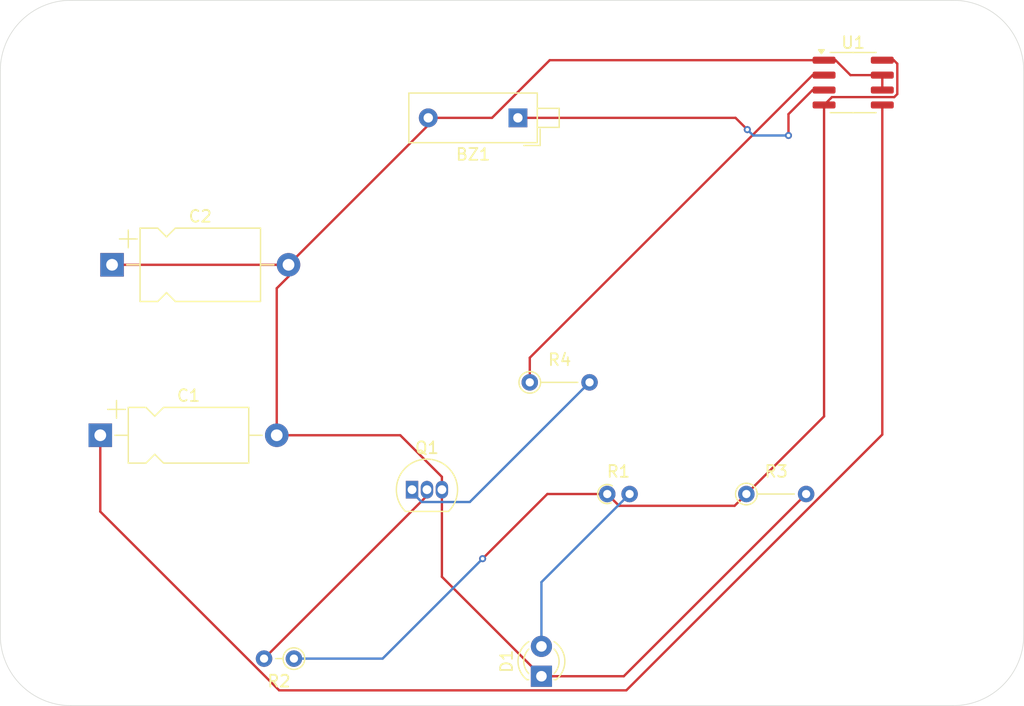
<source format=kicad_pcb>
(kicad_pcb (version 20240108) (generator "pcbnew") (generator_version "8.0")
  (layers (0 "F.Cu" signal) (31 "B.Cu" signal) (34 "B.Paste" user) (35 "F.Paste" user) (36 "B.SilkS" user "B.Silkscreen") (37 "F.SilkS" user "F.Silkscreen") (38 "B.Mask" user) (39 "F.Mask" user) (44 "Edge.Cuts" user))
  (net 0 "")
  (net 1 "Net-(BZ1-+)")
  (net 2 "GND")
  (net 3 "Net-(U1-CV)")
  (net 4 "Net-(D1-A)")
  (net 5 "Net-(Q1-B)")
  (net 6 "Net-(Q1-C)")
  (net 7 "VCC")
  (net 8 "Net-(U1-TR)")
  (footprint "Button_Switch_THT:SW_DIP_SPSTx01_Piano_10.8x4.1mm_W7.62mm_P2.54mm" (layer "F.Cu") (at 137 47 180)
    (property "Reference" "BZ1" (at 3.81 -3.11 360) (layer "F.SilkS"))
    (property "Value" "200Hz")
    (fp_line (start 9.27 -2.11) (end 9.27 2.11) (stroke (width 0.12)) (layer "F.SilkS"))
    (fp_line (start -1.65 2.11) (end 9.27 2.11) (stroke (width 0.12)) (layer "F.SilkS"))
    (fp_line (start -1.65 -0.81) (end -1.65 0.81) (stroke (width 0.12)) (layer "F.SilkS"))
    (fp_line (start -1.65 -2.11) (end 9.27 -2.11) (stroke (width 0.12)) (layer "F.SilkS"))
    (fp_line (start -1.65 -2.11) (end -1.65 2.11) (stroke (width 0.12)) (layer "F.SilkS"))
    (fp_line (start -1.89 -2.35) (end -0.507 -2.35) (stroke (width 0.12)) (layer "F.SilkS"))
    (fp_line (start -1.89 -2.35) (end -1.89 -0.967) (stroke (width 0.12)) (layer "F.SilkS"))
    (fp_line (start -3.51 0.81) (end -1.65 0.81) (stroke (width 0.12)) (layer "F.SilkS"))
    (fp_line (start -3.51 -0.81) (end -1.65 -0.81) (stroke (width 0.12)) (layer "F.SilkS"))
    (fp_line (start -3.51 -0.81) (end -3.51 0.81) (stroke (width 0.12)) (layer "F.SilkS"))
    (pad "1" thru_hole rect (at 0 0 180) (size 1.6 1.6) (drill 0.8) (layers "*.Cu" "*.Mask") (net 1 "Net-(BZ1-+)"))
    (pad "2" thru_hole oval (at 7.62 0 180) (size 1.6 1.6) (drill 0.8) (layers "*.Cu" "*.Mask") (net 2 "GND"))
  )
  (footprint "Package_TO_SOT_THT:TO-92_Inline" (layer "F.Cu") (at 128 78.63)
    (property "Reference" "Q1" (at 1.27 -3.56 0) (layer "F.SilkS"))
    (property "Value" "BC547")
    (fp_line (start -0.53 1.85) (end 3.07 1.85) (stroke (width 0.12)) (layer "F.SilkS"))
    (fp_arc (start -0.568478 1.838478) (mid -1.132087 -0.994977) (end 1.27 -2.6) (stroke (width 0.12)) (layer "F.SilkS"))
    (fp_arc (start 1.27 -2.6) (mid 3.672087 -0.994977) (end 3.108478 1.838478) (stroke (width 0.12)) (layer "F.SilkS"))
    (pad "1" thru_hole rect (at 0 0) (size 1.05 1.5) (drill 0.75) (layers "*.Cu" "*.Mask") (net 6 "Net-(Q1-C)"))
    (pad "2" thru_hole oval (at 1.27 0) (size 1.05 1.5) (drill 0.75) (layers "*.Cu" "*.Mask") (net 5 "Net-(Q1-B)"))
    (pad "3" thru_hole oval (at 2.54 0) (size 1.05 1.5) (drill 0.75) (layers "*.Cu" "*.Mask") (net 2 "GND"))
  )
  (footprint "Capacitor_THT:CP_Axial_L10.0mm_D4.5mm_P15.00mm_Horizontal" (layer "F.Cu") (at 101.5 74)
    (property "Reference" "C1" (at 7.5 -3.37 0) (layer "F.SilkS"))
    (property "Value" "0.01uF")
    (fp_line (start 0.63 -2.2) (end 2.13 -2.2) (stroke (width 0.12)) (layer "F.SilkS"))
    (fp_line (start 1.24 0) (end 2.38 0) (stroke (width 0.12)) (layer "F.SilkS"))
    (fp_line (start 1.38 -2.95) (end 1.38 -1.45) (stroke (width 0.12)) (layer "F.SilkS"))
    (fp_line (start 2.38 -2.37) (end 2.38 2.37) (stroke (width 0.12)) (layer "F.SilkS"))
    (fp_line (start 2.38 -2.37) (end 3.88 -2.37) (stroke (width 0.12)) (layer "F.SilkS"))
    (fp_line (start 2.38 2.37) (end 3.88 2.37) (stroke (width 0.12)) (layer "F.SilkS"))
    (fp_line (start 3.88 -2.37) (end 4.63 -1.62) (stroke (width 0.12)) (layer "F.SilkS"))
    (fp_line (start 3.88 2.37) (end 4.63 1.62) (stroke (width 0.12)) (layer "F.SilkS"))
    (fp_line (start 4.63 -1.62) (end 5.38 -2.37) (stroke (width 0.12)) (layer "F.SilkS"))
    (fp_line (start 4.63 1.62) (end 5.38 2.37) (stroke (width 0.12)) (layer "F.SilkS"))
    (fp_line (start 5.38 -2.37) (end 12.62 -2.37) (stroke (width 0.12)) (layer "F.SilkS"))
    (fp_line (start 5.38 2.37) (end 12.62 2.37) (stroke (width 0.12)) (layer "F.SilkS"))
    (fp_line (start 12.62 -2.37) (end 12.62 2.37) (stroke (width 0.12)) (layer "F.SilkS"))
    (fp_line (start 13.76 0) (end 12.62 0) (stroke (width 0.12)) (layer "F.SilkS"))
    (pad "1" thru_hole rect (at 0 0) (size 2 2) (drill 1) (layers "*.Cu" "*.Mask") (net 3 "Net-(U1-CV)"))
    (pad "2" thru_hole oval (at 15 0) (size 2 2) (drill 1) (layers "*.Cu" "*.Mask") (net 2 "GND"))
  )
  (footprint "Resistor_THT:R_Axial_DIN0204_L3.6mm_D1.6mm_P5.08mm_Vertical" (layer "F.Cu") (at 138.01 69.5)
    (property "Reference" "R4" (at 2.54 -1.92 0) (layer "F.SilkS"))
    (property "Value" "10kOhms")
    (fp_line (start 0.92 0) (end 4.08 0) (stroke (width 0.12)) (layer "F.SilkS"))
    (fp_circle (center 0 0) (end 0.92 0) (stroke (width 0.12)) (fill none) (layer "F.SilkS"))
    (pad "1" thru_hole circle (at 0 0) (size 1.4 1.4) (drill 0.7) (layers "*.Cu" "*.Mask") (net 8 "Net-(U1-TR)"))
    (pad "2" thru_hole oval (at 5.08 0) (size 1.4 1.4) (drill 0.7) (layers "*.Cu" "*.Mask") (net 6 "Net-(Q1-C)"))
  )
  (footprint "Resistor_THT:R_Axial_DIN0204_L3.6mm_D1.6mm_P2.54mm_Vertical" (layer "F.Cu") (at 117.96 93 180)
    (property "Reference" "R2" (at 1.27 -1.92 360) (layer "F.SilkS"))
    (property "Value" "100kOhms")
    (fp_line (start 0.92 0) (end 1.54 0) (stroke (width 0.12)) (layer "F.SilkS"))
    (fp_circle (center 0 0) (end 0.92 0) (stroke (width 0.12)) (fill none) (layer "F.SilkS"))
    (pad "1" thru_hole circle (at 0 0 180) (size 1.4 1.4) (drill 0.7) (layers "*.Cu" "*.Mask") (net 7 "VCC"))
    (pad "2" thru_hole oval (at 2.54 0 180) (size 1.4 1.4) (drill 0.7) (layers "*.Cu" "*.Mask") (net 5 "Net-(Q1-B)"))
  )
  (footprint "Package_SO:SOIC-8_3.9x4.9mm_P1.27mm" (layer "F.Cu") (at 165.5 44)
    (property "Reference" "U1" (at 0 -3.4 0) (layer "F.SilkS"))
    (property "Value" "ICM7555xB")
    (fp_line (start 0 -2.56) (end -1.95 -2.56) (stroke (width 0.12)) (layer "F.SilkS"))
    (fp_line (start 0 -2.56) (end 1.95 -2.56) (stroke (width 0.12)) (layer "F.SilkS"))
    (fp_line (start 0 2.56) (end -1.95 2.56) (stroke (width 0.12)) (layer "F.SilkS"))
    (fp_line (start 0 2.56) (end 1.95 2.56) (stroke (width 0.12)) (layer "F.SilkS"))
    (fp_poly (pts (xy -2.7 -2.465) (xy -2.94 -2.795) (xy -2.46 -2.795) (xy -2.7 -2.465)) (stroke (width 0.12)) (fill solid) (layer "F.SilkS"))
    (pad "1" smd roundrect (at -2.475 -1.905) (size 1.95 0.6) (layers "F.Cu" "F.Paste" "F.Mask") (net 2 "GND"))
    (pad "2" smd roundrect (at -2.475 -0.635) (size 1.95 0.6) (layers "F.Cu" "F.Paste" "F.Mask") (net 8 "Net-(U1-TR)"))
    (pad "3" smd roundrect (at -2.475 0.635) (size 1.95 0.6) (layers "F.Cu" "F.Paste" "F.Mask") (net 1 "Net-(BZ1-+)"))
    (pad "4" smd roundrect (at -2.475 1.905) (size 1.95 0.6) (layers "F.Cu" "F.Paste" "F.Mask") (net 7 "VCC"))
    (pad "5" smd roundrect (at 2.475 1.905) (size 1.95 0.6) (layers "F.Cu" "F.Paste" "F.Mask") (net 3 "Net-(U1-CV)"))
    (pad "6" smd roundrect (at 2.475 0.635) (size 1.95 0.6) (layers "F.Cu" "F.Paste" "F.Mask") (net 2 "GND"))
    (pad "7" smd roundrect (at 2.475 -0.635) (size 1.95 0.6) (layers "F.Cu" "F.Paste" "F.Mask") (net 2 "GND"))
    (pad "8" smd roundrect (at 2.475 -1.905) (size 1.95 0.6) (layers "F.Cu" "F.Paste" "F.Mask") (net 7 "VCC"))
  )
  (footprint "LED_THT:LED_D3.0mm_IRBlack" (layer "F.Cu") (at 139 94.5 90)
    (property "Reference" "D1" (at 1.27 -2.96 90) (layer "F.SilkS"))
    (property "Value" "IR204A")
    (fp_line (start -0.29 -1.236) (end -0.29 -1.08) (stroke (width 0.12)) (layer "F.SilkS"))
    (fp_line (start -0.29 1.08) (end -0.29 1.236) (stroke (width 0.12)) (layer "F.SilkS"))
    (fp_arc (start -0.29 -1.235516) (mid 1.366487 -1.987659) (end 2.942335 -1.078608) (stroke (width 0.12)) (layer "F.SilkS"))
    (fp_arc (start 0.229039 -1.08) (mid 1.270117 -1.5) (end 2.31113 -1.079837) (stroke (width 0.12)) (layer "F.SilkS"))
    (fp_arc (start 2.942335 1.078608) (mid 1.366487 1.987659) (end -0.29 1.235516) (stroke (width 0.12)) (layer "F.SilkS"))
    (fp_arc (start 2.31113 1.079837) (mid 1.270117 1.5) (end 0.229039 1.08) (stroke (width 0.12)) (layer "F.SilkS"))
    (pad "1" thru_hole rect (at 0 0 90) (size 1.8 1.8) (drill 0.9) (layers "*.Cu" "*.Mask") (net 2 "GND"))
    (pad "2" thru_hole circle (at 2.54 0 90) (size 1.8 1.8) (drill 0.9) (layers "*.Cu" "*.Mask") (net 4 "Net-(D1-A)"))
  )
  (footprint "Capacitor_THT:CP_Axial_L10.0mm_D6.0mm_P15.00mm_Horizontal" (layer "F.Cu") (at 102.5 59.5)
    (property "Reference" "C2" (at 7.5 -4.12 0) (layer "F.SilkS"))
    (property "Value" "470uF")
    (fp_line (start 0.63 -2.2) (end 2.13 -2.2) (stroke (width 0.12)) (layer "F.SilkS"))
    (fp_line (start 1.24 0) (end 2.38 0) (stroke (width 0.12)) (layer "F.SilkS"))
    (fp_line (start 1.38 -2.95) (end 1.38 -1.45) (stroke (width 0.12)) (layer "F.SilkS"))
    (fp_line (start 2.38 -3.12) (end 2.38 3.12) (stroke (width 0.12)) (layer "F.SilkS"))
    (fp_line (start 2.38 -3.12) (end 3.88 -3.12) (stroke (width 0.12)) (layer "F.SilkS"))
    (fp_line (start 2.38 3.12) (end 3.88 3.12) (stroke (width 0.12)) (layer "F.SilkS"))
    (fp_line (start 3.88 -3.12) (end 4.63 -2.37) (stroke (width 0.12)) (layer "F.SilkS"))
    (fp_line (start 3.88 3.12) (end 4.63 2.37) (stroke (width 0.12)) (layer "F.SilkS"))
    (fp_line (start 4.63 -2.37) (end 5.38 -3.12) (stroke (width 0.12)) (layer "F.SilkS"))
    (fp_line (start 4.63 2.37) (end 5.38 3.12) (stroke (width 0.12)) (layer "F.SilkS"))
    (fp_line (start 5.38 -3.12) (end 12.62 -3.12) (stroke (width 0.12)) (layer "F.SilkS"))
    (fp_line (start 5.38 3.12) (end 12.62 3.12) (stroke (width 0.12)) (layer "F.SilkS"))
    (fp_line (start 12.62 -3.12) (end 12.62 3.12) (stroke (width 0.12)) (layer "F.SilkS"))
    (fp_line (start 13.76 0) (end 12.62 0) (stroke (width 0.12)) (layer "F.SilkS"))
    (pad "1" thru_hole rect (at 0 0) (size 2 2) (drill 1) (layers "*.Cu" "*.Mask") (net 2 "GND"))
    (pad "2" thru_hole oval (at 15 0) (size 2 2) (drill 1) (layers "*.Cu" "*.Mask") (net 2 "GND"))
  )
  (footprint "Resistor_THT:R_Axial_DIN0204_L3.6mm_D1.6mm_P5.08mm_Vertical" (layer "F.Cu") (at 156.42 79)
    (property "Reference" "R3" (at 2.54 -1.92 0) (layer "F.SilkS"))
    (property "Value" "10kOhms")
    (fp_line (start 0.92 0) (end 4.08 0) (stroke (width 0.12)) (layer "F.SilkS"))
    (fp_circle (center 0 0) (end 0.92 0) (stroke (width 0.12)) (fill none) (layer "F.SilkS"))
    (pad "1" thru_hole circle (at 0 0) (size 1.4 1.4) (drill 0.7) (layers "*.Cu" "*.Mask") (net 7 "VCC"))
    (pad "2" thru_hole oval (at 5.08 0) (size 1.4 1.4) (drill 0.7) (layers "*.Cu" "*.Mask") (net 2 "GND"))
  )
  (footprint "Resistor_THT:R_Axial_DIN0204_L3.6mm_D1.6mm_P1.90mm_Vertical" (layer "F.Cu") (at 144.595 79)
    (property "Reference" "R1" (at 0.95 -1.92 0) (layer "F.SilkS"))
    (property "Value" "470Ohms")
    (fp_arc (start 0.320095 0.749359) (mid -0.813042 -0.054435) (end 0.417133 -0.7) (stroke (width 0.12)) (layer "F.SilkS"))
    (pad "1" thru_hole circle (at 0 0) (size 1.4 1.4) (drill 0.7) (layers "*.Cu" "*.Mask") (net 7 "VCC"))
    (pad "2" thru_hole oval (at 1.9 0) (size 1.4 1.4) (drill 0.7) (layers "*.Cu" "*.Mask") (net 4 "Net-(D1-A)"))
  )
  (gr_line (start 99 37) (end 174 37) (stroke (width 0.05)) (layer "Edge.Cuts"))
  (gr_line (start 180 43) (end 180 91) (stroke (width 0.05)) (layer "Edge.Cuts"))
  (gr_arc (start 93 43) (mid 94.757359 38.757359) (end 99 37) (stroke (width 0.05)) (layer "Edge.Cuts"))
  (gr_line (start 174 97) (end 99 97) (stroke (width 0.05)) (layer "Edge.Cuts"))
  (gr_line (start 93 91) (end 93 43) (stroke (width 0.05)) (layer "Edge.Cuts"))
  (gr_arc (start 174 37) (mid 178.242641 38.757359) (end 180 43) (stroke (width 0.05)) (layer "Edge.Cuts"))
  (gr_arc (start 99 97) (mid 94.757359 95.242641) (end 93 91) (stroke (width 0.05)) (layer "Edge.Cuts"))
  (gr_arc (start 180 91) (mid 178.242641 95.242641) (end 174 97) (stroke (width 0.05)) (layer "Edge.Cuts"))
  (segment (start 156.5 48) (end 155.5 47) (width 0.2) (layer "F.Cu") (net 1))
  (segment (start 163.025 44.635) (end 162.050001 44.635) (width 0.2) (layer "F.Cu") (net 1))
  (segment (start 162.050001 44.635) (end 160 46.685001) (width 0.2) (layer "F.Cu") (net 1))
  (segment (start 160 46.685001) (end 160 48.5) (width 0.2) (layer "F.Cu") (net 1))
  (segment (start 155.5 47) (end 137 47) (width 0.2) (layer "F.Cu") (net 1))
  (via (at 160 48.5) (size 0.6) (drill 0.3) (layers "F.Cu" "B.Cu") (net 1))
  (via (at 156.5 48) (size 0.6) (drill 0.3) (layers "F.Cu" "B.Cu") (net 1))
  (segment (start 157 48.5) (end 156.5 48) (width 0.2) (layer "B.Cu") (net 1))
  (segment (start 160 48.5) (end 157 48.5) (width 0.2) (layer "B.Cu") (net 1))
  (segment (start 139 94.5) (end 146 94.5) (width 0.2) (layer "F.Cu") (net 2))
  (segment (start 117.5 60.5) (end 116.5 61.5) (width 0.2) (layer "F.Cu") (net 2))
  (segment (start 139.705 42.095) (end 134.8 47) (width 0.2) (layer "F.Cu") (net 2))
  (segment (start 134.8 47) (end 129.38 47) (width 0.2) (layer "F.Cu") (net 2))
  (segment (start 163.999999 42.095) (end 165.269999 43.365) (width 0.2) (layer "F.Cu") (net 2))
  (segment (start 130.54 77.54) (end 130.54 78.63) (width 0.2) (layer "F.Cu") (net 2))
  (segment (start 163.025 42.095) (end 163.999999 42.095) (width 0.2) (layer "F.Cu") (net 2))
  (segment (start 167.975 43.365) (end 167.975 44.635) (width 0.2) (layer "F.Cu") (net 2))
  (segment (start 163.025 42.095) (end 139.705 42.095) (width 0.2) (layer "F.Cu") (net 2))
  (segment (start 129.38 47.62) (end 129.38 47) (width 0.2) (layer "F.Cu") (net 2))
  (segment (start 117.5 59.5) (end 117.5 60.5) (width 0.2) (layer "F.Cu") (net 2))
  (segment (start 116.5 61.5) (end 116.5 74) (width 0.2) (layer "F.Cu") (net 2))
  (segment (start 130.54 78.63) (end 130.54 86.04) (width 0.2) (layer "F.Cu") (net 2))
  (segment (start 165.269999 43.365) (end 167.975 43.365) (width 0.2) (layer "F.Cu") (net 2))
  (segment (start 127 74) (end 130.54 77.54) (width 0.2) (layer "F.Cu") (net 2))
  (segment (start 102.5 59.5) (end 117.5 59.5) (width 0.2) (layer "F.Cu") (net 2))
  (segment (start 146 94.5) (end 161.5 79) (width 0.2) (layer "F.Cu") (net 2))
  (segment (start 117.5 59.5) (end 129.38 47.62) (width 0.2) (layer "F.Cu") (net 2))
  (segment (start 130.54 86.04) (end 139 94.5) (width 0.2) (layer "F.Cu") (net 2))
  (segment (start 116.5 74) (end 127 74) (width 0.2) (layer "F.Cu") (net 2))
  (segment (start 146.214214 95.7) (end 116.705786 95.7) (width 0.2) (layer "F.Cu") (net 3))
  (segment (start 101.5 80.494214) (end 101.5 74) (width 0.2) (layer "F.Cu") (net 3))
  (segment (start 167.975 73.939214) (end 146.214214 95.7) (width 0.2) (layer "F.Cu") (net 3))
  (segment (start 116.705786 95.7) (end 101.5 80.494214) (width 0.2) (layer "F.Cu") (net 3))
  (segment (start 167.975 45.905) (end 167.975 73.939214) (width 0.2) (layer "F.Cu") (net 3))
  (segment (start 139 91.96) (end 139 86.495) (width 0.2) (layer "B.Cu") (net 4))
  (segment (start 139 86.495) (end 146.495 79) (width 0.2) (layer "B.Cu") (net 4))
  (segment (start 115.42 93) (end 129.27 79.15) (width 0.2) (layer "F.Cu") (net 5))
  (segment (start 129.27 79.15) (end 129.27 78.63) (width 0.2) (layer "F.Cu") (net 5))
  (segment (start 132.91 79.68) (end 128.825 79.68) (width 0.2) (layer "B.Cu") (net 6))
  (segment (start 143.09 69.5) (end 132.91 79.68) (width 0.2) (layer "B.Cu") (net 6))
  (segment (start 128.825 79.68) (end 128 78.855) (width 0.2) (layer "B.Cu") (net 6))
  (segment (start 128 78.855) (end 128 78.63) (width 0.2) (layer "B.Cu") (net 6))
  (segment (start 168.949999 42.095) (end 169.25 42.395001) (width 0.2) (layer "F.Cu") (net 7))
  (segment (start 169.25 42.395001) (end 169.25 44.975552) (width 0.2) (layer "F.Cu") (net 7))
  (segment (start 156.42 79) (end 155.42 80) (width 0.2) (layer "F.Cu") (net 7))
  (segment (start 163.695 45.235) (end 163.025 45.905) (width 0.2) (layer "F.Cu") (net 7))
  (segment (start 169.25 44.975552) (end 168.990552 45.235) (width 0.2) (layer "F.Cu") (net 7))
  (segment (start 163.025 72.395) (end 156.42 79) (width 0.2) (layer "F.Cu") (net 7))
  (segment (start 155.42 80) (end 145.595 80) (width 0.2) (layer "F.Cu") (net 7))
  (segment (start 168.990552 45.235) (end 163.695 45.235) (width 0.2) (layer "F.Cu") (net 7))
  (segment (start 145.595 80) (end 144.595 79) (width 0.2) (layer "F.Cu") (net 7))
  (segment (start 167.975 42.095) (end 168.949999 42.095) (width 0.2) (layer "F.Cu") (net 7))
  (segment (start 139.5 79) (end 134 84.5) (width 0.2) (layer "F.Cu") (net 7))
  (segment (start 144.595 79) (end 139.5 79) (width 0.2) (layer "F.Cu") (net 7))
  (segment (start 163.025 45.905) (end 163.025 72.395) (width 0.2) (layer "F.Cu") (net 7))
  (via (at 134 84.5) (size 0.6) (drill 0.3) (layers "F.Cu" "B.Cu") (net 7))
  (segment (start 134 84.5) (end 125.5 93) (width 0.2) (layer "B.Cu") (net 7))
  (segment (start 125.5 93) (end 117.96 93) (width 0.2) (layer "B.Cu") (net 7))
  (segment (start 163.025 43.365) (end 162.050001 43.365) (width 0.2) (layer "F.Cu") (net 8))
  (segment (start 162.050001 43.365) (end 138.01 67.405001) (width 0.2) (layer "F.Cu") (net 8))
  (segment (start 138.01 67.405001) (end 138.01 69.5) (width 0.2) (layer "F.Cu") (net 8))
)
</source>
